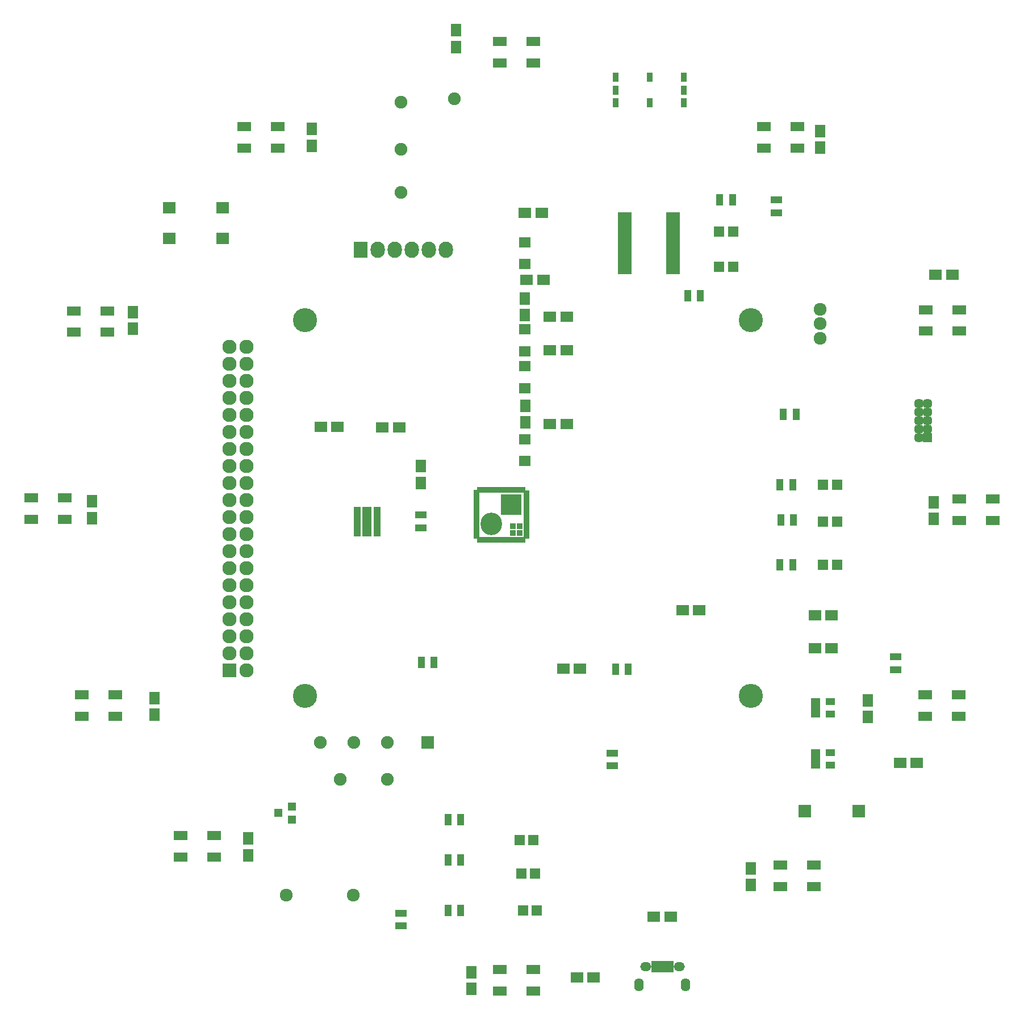
<source format=gts>
G04 #@! TF.GenerationSoftware,KiCad,Pcbnew,(2016-12-18 revision 3ffa37c)-master*
G04 #@! TF.CreationDate,2016-12-20T20:39:12-08:00*
G04 #@! TF.ProjectId,badge-kicad,62616467652D6B696361642E6B696361,rev?*
G04 #@! TF.FileFunction,Soldermask,Top*
G04 #@! TF.FilePolarity,Negative*
%FSLAX46Y46*%
G04 Gerber Fmt 4.6, Leading zero omitted, Abs format (unit mm)*
G04 Created by KiCad (PCBNEW (2016-12-18 revision 3ffa37c)-master) date Tuesday, December 20, 2016 'PMt' 08:39:12 PM*
%MOMM*%
%LPD*%
G01*
G04 APERTURE LIST*
%ADD10C,0.150000*%
%ADD11R,2.000000X1.400000*%
%ADD12C,3.600000*%
%ADD13R,1.900000X1.900000*%
%ADD14R,1.598880X1.598880*%
%ADD15C,1.900000*%
%ADD16C,1.450000*%
%ADD17R,1.450000X1.450000*%
%ADD18R,1.300000X1.200000*%
%ADD19O,2.127200X2.127200*%
%ADD20R,2.127200X2.127200*%
%ADD21R,1.100000X1.700000*%
%ADD22R,1.400000X4.500000*%
%ADD23R,1.100000X4.500000*%
%ADD24R,1.650000X1.900000*%
%ADD25R,1.900000X1.650000*%
%ADD26O,1.400000X1.950000*%
%ADD27O,1.650000X1.350000*%
%ADD28R,0.800000X1.750000*%
%ADD29R,1.700000X1.100000*%
%ADD30R,2.127200X2.432000*%
%ADD31O,2.127200X2.432000*%
%ADD32R,1.460000X1.050000*%
%ADD33R,0.900000X1.400000*%
%ADD34C,1.924000*%
%ADD35R,2.150000X0.850000*%
%ADD36R,0.806400X0.806400*%
%ADD37O,3.219400X3.346400*%
%ADD38R,3.067000X3.067000*%
%ADD39R,0.704800X0.806400*%
%ADD40R,0.806400X0.704800*%
%ADD41R,1.950000X1.700000*%
%ADD42R,1.799540X1.550620*%
G04 APERTURE END LIST*
D10*
D11*
X27900000Y-102700000D03*
X27900000Y-99500000D03*
X22900000Y-102700000D03*
X22900000Y-99500000D03*
D12*
X63700000Y-73000000D03*
X130200000Y-73000000D03*
X130200000Y-129000000D03*
X63700000Y-129000000D03*
D13*
X138250000Y-146250000D03*
X146250000Y-146250000D03*
D11*
X166290000Y-102870000D03*
X166290000Y-99670000D03*
X161290000Y-102870000D03*
X161290000Y-99670000D03*
D14*
X97799020Y-150500000D03*
X95700980Y-150500000D03*
X140950980Y-109500000D03*
X143049020Y-109500000D03*
X127549020Y-59750000D03*
X125450980Y-59750000D03*
X125450980Y-65000000D03*
X127549020Y-65000000D03*
X98299020Y-161000000D03*
X96200980Y-161000000D03*
X140950980Y-103000000D03*
X143049020Y-103000000D03*
X143049020Y-97500000D03*
X140950980Y-97500000D03*
X95950980Y-155500000D03*
X98049020Y-155500000D03*
D15*
X78000000Y-40500000D03*
X78000000Y-47500000D03*
X78040000Y-53910000D03*
X86000000Y-40000000D03*
X76000000Y-141500000D03*
X71000000Y-136000000D03*
X76000000Y-136000000D03*
X69000000Y-141500000D03*
X66000000Y-136000000D03*
D13*
X82000000Y-136000000D03*
D16*
X155230000Y-90500000D03*
X155230000Y-85420000D03*
X155230000Y-86690000D03*
X155230000Y-87960000D03*
X155230000Y-89230000D03*
X156500000Y-85420000D03*
X156500000Y-86690000D03*
X156500000Y-87960000D03*
X156500000Y-89230000D03*
D17*
X156500000Y-90500000D03*
D18*
X59750000Y-146500000D03*
X61750000Y-145550000D03*
X61750000Y-147450000D03*
D19*
X55040000Y-76940000D03*
X52500000Y-76940000D03*
X55040000Y-79480000D03*
X52500000Y-79480000D03*
X55040000Y-82020000D03*
X52500000Y-82020000D03*
X55040000Y-84560000D03*
X52500000Y-84560000D03*
X55040000Y-87100000D03*
X52500000Y-87100000D03*
X55040000Y-89640000D03*
X52500000Y-89640000D03*
X55040000Y-92180000D03*
X52500000Y-92180000D03*
X55040000Y-94720000D03*
X52500000Y-94720000D03*
X55040000Y-97260000D03*
X52500000Y-97260000D03*
X55040000Y-99800000D03*
X52500000Y-99800000D03*
X55040000Y-102340000D03*
X52500000Y-102340000D03*
X55040000Y-104880000D03*
X52500000Y-104880000D03*
X55040000Y-107420000D03*
X52500000Y-107420000D03*
X55040000Y-109960000D03*
X52500000Y-109960000D03*
X55040000Y-112500000D03*
X52500000Y-112500000D03*
X55040000Y-115040000D03*
X52500000Y-115040000D03*
X55040000Y-117580000D03*
X52500000Y-117580000D03*
X55040000Y-120120000D03*
X52500000Y-120120000D03*
X55040000Y-122660000D03*
X52500000Y-122660000D03*
X55040000Y-125200000D03*
D20*
X52500000Y-125200000D03*
D21*
X136450000Y-97500000D03*
X134550000Y-97500000D03*
D22*
X73000000Y-103000000D03*
D23*
X71500000Y-103000000D03*
X74500000Y-103000000D03*
D24*
X130175000Y-157230000D03*
X130175000Y-154730000D03*
X88500000Y-170250000D03*
X88500000Y-172750000D03*
X55245000Y-152785000D03*
X55245000Y-150285000D03*
X41275000Y-129330000D03*
X41275000Y-131830000D03*
X32000000Y-102500000D03*
X32000000Y-100000000D03*
X38100000Y-71775000D03*
X38100000Y-74275000D03*
X64770000Y-46970000D03*
X64770000Y-44470000D03*
X86250000Y-29750000D03*
X86250000Y-32250000D03*
D25*
X142250000Y-117000000D03*
X139750000Y-117000000D03*
X152435000Y-138988000D03*
X154935000Y-138988000D03*
X142220000Y-121920000D03*
X139720000Y-121920000D03*
X120000000Y-116250000D03*
X122500000Y-116250000D03*
D24*
X157480000Y-102620000D03*
X157480000Y-100120000D03*
D25*
X66060000Y-88900000D03*
X68560000Y-88900000D03*
X77750000Y-89000000D03*
X75250000Y-89000000D03*
D24*
X81000000Y-94750000D03*
X81000000Y-97250000D03*
X96600000Y-85750000D03*
X96600000Y-88250000D03*
X96500000Y-72250000D03*
X96500000Y-69750000D03*
D25*
X102750000Y-77500000D03*
X100250000Y-77500000D03*
X100250000Y-72500000D03*
X102750000Y-72500000D03*
X99250000Y-67000000D03*
X96750000Y-67000000D03*
X96500000Y-57000000D03*
X99000000Y-57000000D03*
X102750000Y-88500000D03*
X100250000Y-88500000D03*
X106750000Y-171000000D03*
X104250000Y-171000000D03*
X118250000Y-162000000D03*
X115750000Y-162000000D03*
X102250000Y-125000000D03*
X104750000Y-125000000D03*
D24*
X147650000Y-132200000D03*
X147650000Y-129700000D03*
X140500000Y-44750000D03*
X140500000Y-47250000D03*
D25*
X160250000Y-66200000D03*
X157750000Y-66200000D03*
D26*
X120499100Y-172137460D03*
X113499100Y-172137460D03*
D27*
X119499100Y-169437460D03*
X114499100Y-169437460D03*
D28*
X118299100Y-169437460D03*
X117649100Y-169437460D03*
X116999100Y-169437460D03*
X116349100Y-169437460D03*
X115699100Y-169437460D03*
D21*
X85050000Y-153500000D03*
X86950000Y-153500000D03*
D29*
X109500000Y-137550000D03*
X109500000Y-139450000D03*
X134000000Y-56950000D03*
X134000000Y-55050000D03*
D21*
X127450000Y-55000000D03*
X125550000Y-55000000D03*
X86950000Y-147500000D03*
X85050000Y-147500000D03*
D29*
X78000000Y-163350000D03*
X78000000Y-161450000D03*
D21*
X136550000Y-102800000D03*
X134650000Y-102800000D03*
X81050000Y-124000000D03*
X82950000Y-124000000D03*
X122700000Y-69350000D03*
X120800000Y-69350000D03*
X110025000Y-125038000D03*
X111925000Y-125038000D03*
X86950000Y-161000000D03*
X85050000Y-161000000D03*
D29*
X151810000Y-123230000D03*
X151810000Y-125130000D03*
X81000000Y-102050000D03*
X81000000Y-103950000D03*
D21*
X135050000Y-87000000D03*
X136950000Y-87000000D03*
X136450000Y-109500000D03*
X134550000Y-109500000D03*
D30*
X72000000Y-62500000D03*
D31*
X74540000Y-62500000D03*
X77080000Y-62500000D03*
X79620000Y-62500000D03*
X82160000Y-62500000D03*
X84700000Y-62500000D03*
D32*
X142070000Y-129860000D03*
X142070000Y-131760000D03*
X139870000Y-131760000D03*
X139870000Y-130810000D03*
X139870000Y-129860000D03*
X139870000Y-137480000D03*
X139870000Y-138430000D03*
X139870000Y-139380000D03*
X142070000Y-139380000D03*
X142070000Y-137480000D03*
D33*
X110024000Y-40570000D03*
X110024000Y-36770000D03*
X120224000Y-36770000D03*
X120224000Y-40570000D03*
X120224000Y-38670000D03*
X110024000Y-38670000D03*
X115124000Y-36770000D03*
X115124000Y-40570000D03*
D34*
X140500000Y-75650000D03*
X140500000Y-73500000D03*
X140500000Y-71350000D03*
X60960000Y-158750000D03*
X70960000Y-158750000D03*
D35*
X111400000Y-57275000D03*
X111400000Y-57925000D03*
X111400000Y-58575000D03*
X111400000Y-59225000D03*
X111400000Y-59875000D03*
X111400000Y-60525000D03*
X111400000Y-61175000D03*
X111400000Y-61825000D03*
X111400000Y-62475000D03*
X111400000Y-63125000D03*
X111400000Y-63775000D03*
X111400000Y-64425000D03*
X111400000Y-65075000D03*
X111400000Y-65725000D03*
X118600000Y-65725000D03*
X118600000Y-65075000D03*
X118600000Y-64425000D03*
X118600000Y-63775000D03*
X118600000Y-63125000D03*
X118600000Y-62475000D03*
X118600000Y-61825000D03*
X118600000Y-61175000D03*
X118600000Y-60525000D03*
X118600000Y-59875000D03*
X118600000Y-59225000D03*
X118600000Y-58575000D03*
X118600000Y-57925000D03*
X118600000Y-57275000D03*
D11*
X156250000Y-71425000D03*
X156250000Y-74625000D03*
X161250000Y-71425000D03*
X161250000Y-74625000D03*
X137120000Y-47320000D03*
X137120000Y-44120000D03*
X132120000Y-47320000D03*
X132120000Y-44120000D03*
D36*
X94749806Y-104749804D03*
X94749806Y-103749806D03*
X95749804Y-103749806D03*
X95749804Y-104749804D03*
D37*
X91500130Y-103399794D03*
D38*
X94499870Y-100500130D03*
D39*
X89750070Y-98275090D03*
X90250196Y-98275090D03*
X90750068Y-98275090D03*
X91250194Y-98275090D03*
X91750066Y-98275090D03*
X92250192Y-98275090D03*
X92750064Y-98275090D03*
X93249936Y-98275090D03*
X93749808Y-98275090D03*
X94249934Y-98275090D03*
X94749806Y-98275090D03*
X95249932Y-98275090D03*
X95749804Y-98275090D03*
X96249930Y-98275090D03*
D40*
X96724910Y-98750070D03*
X96724910Y-99250196D03*
X96724910Y-99750068D03*
X96724910Y-100250194D03*
X96724910Y-100750066D03*
X96724910Y-101250192D03*
X96724910Y-101750064D03*
X96724910Y-102249936D03*
X96724910Y-102749808D03*
X96724910Y-103249934D03*
X96724910Y-103749806D03*
X96724910Y-104249932D03*
X96724910Y-104749804D03*
X96724910Y-105249930D03*
D39*
X96249930Y-105724910D03*
X95749804Y-105724910D03*
X95249932Y-105724910D03*
X94749806Y-105724910D03*
X94249934Y-105724910D03*
X93749808Y-105724910D03*
X93249936Y-105724910D03*
X92750064Y-105724910D03*
X92250192Y-105724910D03*
X91750066Y-105724910D03*
X91250194Y-105724910D03*
X90750068Y-105724910D03*
X90250196Y-105724910D03*
X89750070Y-105724910D03*
D40*
X89275090Y-105249930D03*
X89275090Y-104749804D03*
X89275090Y-104249932D03*
X89275090Y-103749806D03*
X89275090Y-103249934D03*
X89275090Y-102749808D03*
X89275090Y-102249936D03*
X89275090Y-101750064D03*
X89275090Y-101250192D03*
X89275090Y-100750066D03*
X89275090Y-100250194D03*
X89275090Y-99750068D03*
X89275090Y-99250196D03*
D36*
X89275090Y-98750070D03*
D41*
X51475000Y-60750000D03*
X43525000Y-60750000D03*
X51475000Y-56250000D03*
X43525000Y-56250000D03*
D42*
X96500000Y-83125600D03*
X96500000Y-79874400D03*
X96500000Y-61374400D03*
X96500000Y-64625600D03*
X96500000Y-77625600D03*
X96500000Y-74374400D03*
X96500000Y-90748800D03*
X96500000Y-94000000D03*
D11*
X29300000Y-71600000D03*
X29300000Y-74800000D03*
X34300000Y-71600000D03*
X34300000Y-74800000D03*
X30480000Y-128880000D03*
X30480000Y-132080000D03*
X35480000Y-128880000D03*
X35480000Y-132080000D03*
X50165000Y-153035000D03*
X50165000Y-149835000D03*
X45165000Y-153035000D03*
X45165000Y-149835000D03*
X92750000Y-169850000D03*
X92750000Y-173050000D03*
X97750000Y-169850000D03*
X97750000Y-173050000D03*
X139620000Y-157480000D03*
X139620000Y-154280000D03*
X134620000Y-157480000D03*
X134620000Y-154280000D03*
X156210000Y-128880000D03*
X156210000Y-132080000D03*
X161210000Y-128880000D03*
X161210000Y-132080000D03*
X97750000Y-34620000D03*
X97750000Y-31420000D03*
X92750000Y-34620000D03*
X92750000Y-31420000D03*
X59650000Y-47320000D03*
X59650000Y-44120000D03*
X54650000Y-47320000D03*
X54650000Y-44120000D03*
M02*

</source>
